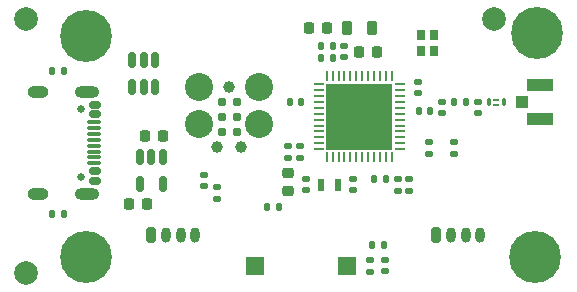
<source format=gbr>
%TF.GenerationSoftware,KiCad,Pcbnew,7.0.9*%
%TF.CreationDate,2024-03-07T22:07:38-08:00*%
%TF.ProjectId,stm32mc,73746d33-326d-4632-9e6b-696361645f70,rev?*%
%TF.SameCoordinates,PX2625a00PY510ff40*%
%TF.FileFunction,Soldermask,Top*%
%TF.FilePolarity,Negative*%
%FSLAX46Y46*%
G04 Gerber Fmt 4.6, Leading zero omitted, Abs format (unit mm)*
G04 Created by KiCad (PCBNEW 7.0.9) date 2024-03-07 22:07:38*
%MOMM*%
%LPD*%
G01*
G04 APERTURE LIST*
G04 Aperture macros list*
%AMRoundRect*
0 Rectangle with rounded corners*
0 $1 Rounding radius*
0 $2 $3 $4 $5 $6 $7 $8 $9 X,Y pos of 4 corners*
0 Add a 4 corners polygon primitive as box body*
4,1,4,$2,$3,$4,$5,$6,$7,$8,$9,$2,$3,0*
0 Add four circle primitives for the rounded corners*
1,1,$1+$1,$2,$3*
1,1,$1+$1,$4,$5*
1,1,$1+$1,$6,$7*
1,1,$1+$1,$8,$9*
0 Add four rect primitives between the rounded corners*
20,1,$1+$1,$2,$3,$4,$5,0*
20,1,$1+$1,$4,$5,$6,$7,0*
20,1,$1+$1,$6,$7,$8,$9,0*
20,1,$1+$1,$8,$9,$2,$3,0*%
G04 Aperture macros list end*
%ADD10C,0.700000*%
%ADD11C,4.400000*%
%ADD12C,2.000000*%
%ADD13R,0.800000X0.900000*%
%ADD14R,0.600000X1.100000*%
%ADD15RoundRect,0.062500X0.062500X-0.375000X0.062500X0.375000X-0.062500X0.375000X-0.062500X-0.375000X0*%
%ADD16RoundRect,0.062500X0.375000X-0.062500X0.375000X0.062500X-0.375000X0.062500X-0.375000X-0.062500X0*%
%ADD17R,5.600000X5.600000*%
%ADD18RoundRect,0.150000X-0.150000X0.512500X-0.150000X-0.512500X0.150000X-0.512500X0.150000X0.512500X0*%
%ADD19RoundRect,0.150000X0.150000X-0.512500X0.150000X0.512500X-0.150000X0.512500X-0.150000X-0.512500X0*%
%ADD20R,1.500000X1.500000*%
%ADD21RoundRect,0.135000X-0.185000X0.135000X-0.185000X-0.135000X0.185000X-0.135000X0.185000X0.135000X0*%
%ADD22RoundRect,0.135000X0.135000X0.185000X-0.135000X0.185000X-0.135000X-0.185000X0.135000X-0.185000X0*%
%ADD23RoundRect,0.135000X0.185000X-0.135000X0.185000X0.135000X-0.185000X0.135000X-0.185000X-0.135000X0*%
%ADD24RoundRect,0.135000X-0.135000X-0.185000X0.135000X-0.185000X0.135000X0.185000X-0.135000X0.185000X0*%
%ADD25RoundRect,0.147500X-0.147500X-0.172500X0.147500X-0.172500X0.147500X0.172500X-0.147500X0.172500X0*%
%ADD26RoundRect,0.218750X-0.218750X-0.381250X0.218750X-0.381250X0.218750X0.381250X-0.218750X0.381250X0*%
%ADD27RoundRect,0.147500X0.172500X-0.147500X0.172500X0.147500X-0.172500X0.147500X-0.172500X-0.147500X0*%
%ADD28R,1.050000X1.000000*%
%ADD29R,2.200000X1.050000*%
%ADD30O,0.800000X1.300000*%
%ADD31RoundRect,0.200000X-0.200000X-0.450000X0.200000X-0.450000X0.200000X0.450000X-0.200000X0.450000X0*%
%ADD32C,0.787400*%
%ADD33C,2.374900*%
%ADD34C,0.990600*%
%ADD35C,0.650000*%
%ADD36RoundRect,0.150000X-0.350000X0.150000X-0.350000X-0.150000X0.350000X-0.150000X0.350000X0.150000X0*%
%ADD37RoundRect,0.075000X-0.500000X0.075000X-0.500000X-0.075000X0.500000X-0.075000X0.500000X0.075000X0*%
%ADD38O,2.100000X1.000000*%
%ADD39O,1.800000X1.000000*%
%ADD40RoundRect,0.068750X-0.068750X-0.281250X0.068750X-0.281250X0.068750X0.281250X-0.068750X0.281250X0*%
%ADD41RoundRect,0.061250X0.163750X0.061250X-0.163750X0.061250X-0.163750X-0.061250X0.163750X-0.061250X0*%
%ADD42RoundRect,0.140000X-0.170000X0.140000X-0.170000X-0.140000X0.170000X-0.140000X0.170000X0.140000X0*%
%ADD43RoundRect,0.225000X-0.225000X-0.250000X0.225000X-0.250000X0.225000X0.250000X-0.225000X0.250000X0*%
%ADD44RoundRect,0.140000X0.140000X0.170000X-0.140000X0.170000X-0.140000X-0.170000X0.140000X-0.170000X0*%
%ADD45RoundRect,0.225000X0.225000X0.250000X-0.225000X0.250000X-0.225000X-0.250000X0.225000X-0.250000X0*%
%ADD46RoundRect,0.140000X0.170000X-0.140000X0.170000X0.140000X-0.170000X0.140000X-0.170000X-0.140000X0*%
%ADD47RoundRect,0.140000X-0.140000X-0.170000X0.140000X-0.170000X0.140000X0.170000X-0.140000X0.170000X0*%
%ADD48RoundRect,0.225000X-0.250000X0.225000X-0.250000X-0.225000X0.250000X-0.225000X0.250000X0.225000X0*%
G04 APERTURE END LIST*
D10*
%TO.C,H4*%
X46066726Y1916548D03*
X44900000Y4733274D03*
X43733274Y4250000D03*
X43250000Y3083274D03*
X46066726Y4250000D03*
X43733274Y1916548D03*
X44900000Y1433274D03*
D11*
X44900000Y3083274D03*
D10*
X46550000Y3083274D03*
%TD*%
%TO.C,H3*%
X8016726Y1933274D03*
X6850000Y4750000D03*
X5683274Y4266726D03*
X5200000Y3100000D03*
X8016726Y4266726D03*
X5683274Y1933274D03*
X6850000Y1450000D03*
D11*
X6850000Y3100000D03*
D10*
X8500000Y3100000D03*
%TD*%
%TO.C,H2*%
X8016726Y20666548D03*
X6850000Y23483274D03*
X5683274Y23000000D03*
X5200000Y21833274D03*
X8016726Y23000000D03*
X5683274Y20666548D03*
X6850000Y20183274D03*
D11*
X6850000Y21833274D03*
D10*
X8500000Y21833274D03*
%TD*%
%TO.C,H1*%
X46733274Y22100000D03*
D11*
X45083274Y22100000D03*
D10*
X45083274Y20450000D03*
X43916548Y20933274D03*
X46250000Y23266726D03*
X43433274Y22100000D03*
X43916548Y23266726D03*
X45083274Y23750000D03*
X46250000Y20933274D03*
%TD*%
D12*
%TO.C,FM3*%
X1750000Y1750000D03*
%TD*%
%TO.C,FM2*%
X41400000Y23250000D03*
%TD*%
%TO.C,FM1*%
X1750000Y23250000D03*
%TD*%
D13*
%TO.C,X2*%
X36300000Y20550000D03*
X36300000Y21950000D03*
X35200000Y21950000D03*
X35200000Y20550000D03*
%TD*%
D14*
%TO.C,X1*%
X28200000Y9250000D03*
X26800000Y9250000D03*
%TD*%
D15*
%TO.C,U3*%
X27250000Y11562500D03*
X27750000Y11562500D03*
X28250000Y11562500D03*
X28750000Y11562500D03*
X29250000Y11562500D03*
X29750000Y11562500D03*
X30250000Y11562500D03*
X30750000Y11562500D03*
X31250000Y11562500D03*
X31750000Y11562500D03*
X32250000Y11562500D03*
X32750000Y11562500D03*
D16*
X33437500Y12250000D03*
X33437500Y12750000D03*
X33437500Y13250000D03*
X33437500Y13750000D03*
X33437500Y14250000D03*
X33437500Y14750000D03*
X33437500Y15250000D03*
X33437500Y15750000D03*
X33437500Y16250000D03*
X33437500Y16750000D03*
X33437500Y17250000D03*
X33437500Y17750000D03*
D15*
X32750000Y18437500D03*
X32250000Y18437500D03*
X31750000Y18437500D03*
X31250000Y18437500D03*
X30750000Y18437500D03*
X30250000Y18437500D03*
X29750000Y18437500D03*
X29250000Y18437500D03*
X28750000Y18437500D03*
X28250000Y18437500D03*
X27750000Y18437500D03*
X27250000Y18437500D03*
D16*
X26562500Y17750000D03*
X26562500Y17250000D03*
X26562500Y16750000D03*
X26562500Y16250000D03*
X26562500Y15750000D03*
X26562500Y15250000D03*
X26562500Y14750000D03*
X26562500Y14250000D03*
X26562500Y13750000D03*
X26562500Y13250000D03*
X26562500Y12750000D03*
X26562500Y12250000D03*
D17*
X30000000Y15000000D03*
%TD*%
D18*
%TO.C,U2*%
X13350000Y11600000D03*
X12400000Y11600000D03*
X11450000Y11600000D03*
X11450000Y9325000D03*
X13350000Y9325000D03*
%TD*%
D19*
%TO.C,U1*%
X10800000Y17525000D03*
X11750000Y17525000D03*
X12700000Y17525000D03*
X12700000Y19800000D03*
X11750000Y19800000D03*
X10800000Y19800000D03*
%TD*%
D20*
%TO.C,SW1*%
X21150000Y2400000D03*
X28950000Y2400000D03*
%TD*%
D21*
%TO.C,R9*%
X30950000Y1890000D03*
X30950000Y2910000D03*
%TD*%
D22*
%TO.C,R8*%
X31080000Y4100000D03*
X32100000Y4100000D03*
%TD*%
D23*
%TO.C,R7*%
X38000000Y11840000D03*
X38000000Y12860000D03*
%TD*%
%TO.C,R6*%
X34250000Y8730000D03*
X34250000Y9750000D03*
%TD*%
%TO.C,R5*%
X33250000Y9760000D03*
X33250000Y8740000D03*
%TD*%
D21*
%TO.C,R4*%
X35950000Y12860000D03*
X35950000Y11840000D03*
%TD*%
%TO.C,R3*%
X17960000Y8010000D03*
X17960000Y9030000D03*
%TD*%
D24*
%TO.C,R2*%
X3990000Y18850000D03*
X5010000Y18850000D03*
%TD*%
D22*
%TO.C,R1*%
X5010000Y6750000D03*
X3990000Y6750000D03*
%TD*%
D25*
%TO.C,L3*%
X38030000Y16250000D03*
X39000000Y16250000D03*
%TD*%
D26*
%TO.C,L2*%
X28937500Y22500000D03*
X31062500Y22500000D03*
%TD*%
D27*
%TO.C,L1*%
X28750000Y20985000D03*
X28750000Y20015000D03*
%TD*%
D28*
%TO.C,J5*%
X43750000Y16250000D03*
D29*
X45275000Y14775000D03*
X45275000Y17725000D03*
%TD*%
D30*
%TO.C,J4*%
X40250000Y5000000D03*
X39000000Y5000000D03*
X37750000Y5000000D03*
D31*
X36500000Y5000000D03*
%TD*%
%TO.C,J3*%
X12375000Y4950000D03*
D30*
X13625000Y4950000D03*
X14875000Y4950000D03*
X16125000Y4950000D03*
%TD*%
D32*
%TO.C,J2*%
X19635000Y13730000D03*
X18365000Y13730000D03*
X19635000Y15000000D03*
X18365000Y15000000D03*
X19635000Y16270000D03*
X18365000Y16270000D03*
D33*
X16460000Y17540000D03*
X21540000Y17540000D03*
D34*
X19000000Y17540000D03*
X20016000Y12460000D03*
D33*
X16460000Y14365000D03*
X21540000Y14365000D03*
D34*
X17984000Y12460000D03*
%TD*%
D35*
%TO.C,J1*%
X6455000Y15690000D03*
X6455000Y9910000D03*
D36*
X7605000Y16000000D03*
X7605000Y15200000D03*
D37*
X7530000Y14050000D03*
X7530000Y13050000D03*
X7530000Y12550000D03*
X7530000Y11550000D03*
D36*
X7605000Y10400000D03*
X7605000Y9600000D03*
X7605000Y9600000D03*
X7605000Y10400000D03*
D37*
X7530000Y11050000D03*
X7530000Y12050000D03*
X7530000Y13550000D03*
X7530000Y14550000D03*
D36*
X7605000Y15200000D03*
X7605000Y16000000D03*
D38*
X6955000Y17120000D03*
D39*
X2775000Y17120000D03*
D38*
X6955000Y8480000D03*
D39*
X2775000Y8480000D03*
%TD*%
D40*
%TO.C,FLT1*%
X41000000Y16227500D03*
D41*
X41612500Y16000000D03*
D40*
X42225000Y16227500D03*
D41*
X41612500Y16455000D03*
%TD*%
D27*
%TO.C,D1*%
X16900000Y9100000D03*
X16900000Y10070000D03*
%TD*%
D42*
%TO.C,C19*%
X32150000Y2900000D03*
X32150000Y1940000D03*
%TD*%
%TO.C,C18*%
X25500000Y9730000D03*
X25500000Y8770000D03*
%TD*%
%TO.C,C17*%
X29500000Y9730000D03*
X29500000Y8770000D03*
%TD*%
%TO.C,C16*%
X40015000Y16250000D03*
X40015000Y15290000D03*
%TD*%
%TO.C,C15*%
X37015000Y16250000D03*
X37015000Y15290000D03*
%TD*%
D43*
%TO.C,C14*%
X29975000Y20500000D03*
X31525000Y20500000D03*
%TD*%
D44*
%TO.C,C13*%
X22220000Y7350000D03*
X23180000Y7350000D03*
%TD*%
D42*
%TO.C,C12*%
X35000000Y17980000D03*
X35000000Y17020000D03*
%TD*%
D44*
%TO.C,C11*%
X27750000Y21000000D03*
X26790000Y21000000D03*
%TD*%
D45*
%TO.C,C10*%
X27275000Y22500000D03*
X25725000Y22500000D03*
%TD*%
D46*
%TO.C,C9*%
X25000000Y11520000D03*
X25000000Y12480000D03*
%TD*%
D47*
%TO.C,C8*%
X35020000Y15500000D03*
X35980000Y15500000D03*
%TD*%
D44*
%TO.C,C7*%
X27750000Y20000000D03*
X26790000Y20000000D03*
%TD*%
D46*
%TO.C,C6*%
X24000000Y11520000D03*
X24000000Y12480000D03*
%TD*%
D47*
%TO.C,C5*%
X31270000Y9750000D03*
X32230000Y9750000D03*
%TD*%
D44*
%TO.C,C4*%
X25080000Y16250000D03*
X24120000Y16250000D03*
%TD*%
D48*
%TO.C,C3*%
X24000000Y8725000D03*
X24000000Y10275000D03*
%TD*%
D45*
%TO.C,C2*%
X10500000Y7600000D03*
X12050000Y7600000D03*
%TD*%
%TO.C,C1*%
X13400000Y13350000D03*
X11850000Y13350000D03*
%TD*%
M02*

</source>
